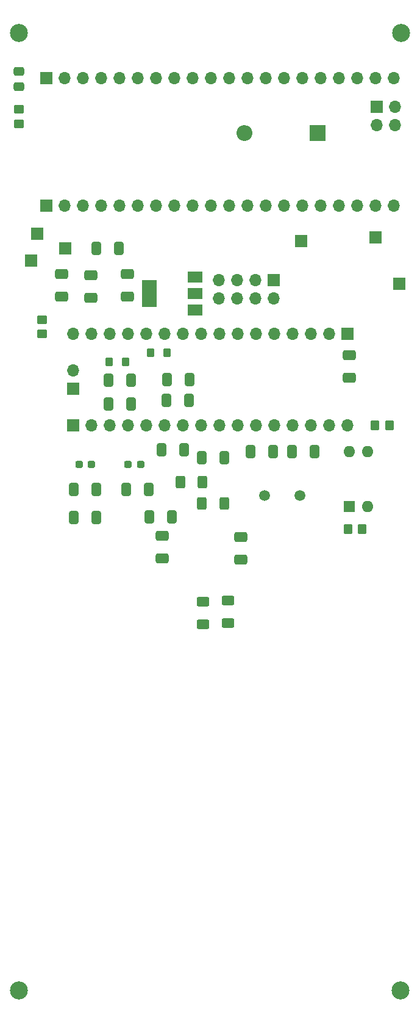
<source format=gbr>
%TF.GenerationSoftware,KiCad,Pcbnew,7.0.10*%
%TF.CreationDate,2024-04-03T14:27:39+05:30*%
%TF.ProjectId,PN532,504e3533-322e-46b6-9963-61645f706362,rev?*%
%TF.SameCoordinates,Original*%
%TF.FileFunction,Soldermask,Top*%
%TF.FilePolarity,Negative*%
%FSLAX46Y46*%
G04 Gerber Fmt 4.6, Leading zero omitted, Abs format (unit mm)*
G04 Created by KiCad (PCBNEW 7.0.10) date 2024-04-03 14:27:39*
%MOMM*%
%LPD*%
G01*
G04 APERTURE LIST*
G04 Aperture macros list*
%AMRoundRect*
0 Rectangle with rounded corners*
0 $1 Rounding radius*
0 $2 $3 $4 $5 $6 $7 $8 $9 X,Y pos of 4 corners*
0 Add a 4 corners polygon primitive as box body*
4,1,4,$2,$3,$4,$5,$6,$7,$8,$9,$2,$3,0*
0 Add four circle primitives for the rounded corners*
1,1,$1+$1,$2,$3*
1,1,$1+$1,$4,$5*
1,1,$1+$1,$6,$7*
1,1,$1+$1,$8,$9*
0 Add four rect primitives between the rounded corners*
20,1,$1+$1,$2,$3,$4,$5,0*
20,1,$1+$1,$4,$5,$6,$7,0*
20,1,$1+$1,$6,$7,$8,$9,0*
20,1,$1+$1,$8,$9,$2,$3,0*%
G04 Aperture macros list end*
%ADD10RoundRect,0.250000X-0.412500X-0.650000X0.412500X-0.650000X0.412500X0.650000X-0.412500X0.650000X0*%
%ADD11C,2.500000*%
%ADD12R,1.700000X1.700000*%
%ADD13O,1.700000X1.700000*%
%ADD14RoundRect,0.250000X0.650000X-0.412500X0.650000X0.412500X-0.650000X0.412500X-0.650000X-0.412500X0*%
%ADD15RoundRect,0.250000X-0.350000X-0.450000X0.350000X-0.450000X0.350000X0.450000X-0.350000X0.450000X0*%
%ADD16RoundRect,0.250000X-0.650000X0.412500X-0.650000X-0.412500X0.650000X-0.412500X0.650000X0.412500X0*%
%ADD17RoundRect,0.250000X-0.400000X-0.625000X0.400000X-0.625000X0.400000X0.625000X-0.400000X0.625000X0*%
%ADD18RoundRect,0.250000X-0.625000X0.400000X-0.625000X-0.400000X0.625000X-0.400000X0.625000X0.400000X0*%
%ADD19RoundRect,0.250000X0.275000X0.350000X-0.275000X0.350000X-0.275000X-0.350000X0.275000X-0.350000X0*%
%ADD20R,2.000000X1.500000*%
%ADD21R,2.000000X3.800000*%
%ADD22RoundRect,0.250000X-0.450000X0.350000X-0.450000X-0.350000X0.450000X-0.350000X0.450000X0.350000X0*%
%ADD23RoundRect,0.237500X-0.287500X-0.237500X0.287500X-0.237500X0.287500X0.237500X-0.287500X0.237500X0*%
%ADD24RoundRect,0.250000X0.412500X0.650000X-0.412500X0.650000X-0.412500X-0.650000X0.412500X-0.650000X0*%
%ADD25RoundRect,0.250000X0.625000X-0.400000X0.625000X0.400000X-0.625000X0.400000X-0.625000X-0.400000X0*%
%ADD26RoundRect,0.250000X0.475000X-0.337500X0.475000X0.337500X-0.475000X0.337500X-0.475000X-0.337500X0*%
%ADD27R,1.600000X1.600000*%
%ADD28O,1.600000X1.600000*%
%ADD29C,1.500000*%
%ADD30R,2.200000X2.200000*%
%ADD31O,2.200000X2.200000*%
G04 APERTURE END LIST*
D10*
%TO.C,C11*%
X131014500Y-97689000D03*
X134139500Y-97689000D03*
%TD*%
D11*
%TO.C,H3*%
X163449000Y-182500000D03*
%TD*%
D10*
%TO.C,C9*%
X122952000Y-101092000D03*
X126077000Y-101092000D03*
%TD*%
D12*
%TO.C,J402*%
X156150000Y-91370000D03*
D13*
X153610000Y-91370000D03*
X151070000Y-91370000D03*
X148530000Y-91370000D03*
X145990000Y-91370000D03*
X143450000Y-91370000D03*
X140910000Y-91370000D03*
X138370000Y-91370000D03*
X135830000Y-91370000D03*
X133290000Y-91370000D03*
X130750000Y-91370000D03*
X128210000Y-91370000D03*
X125670000Y-91370000D03*
X123130000Y-91370000D03*
X120590000Y-91370000D03*
X118050000Y-91370000D03*
%TD*%
D14*
%TO.C,C7*%
X130400000Y-122514000D03*
X130400000Y-119389000D03*
%TD*%
D15*
%TO.C,R5*%
X159950000Y-104100000D03*
X161950000Y-104100000D03*
%TD*%
D10*
%TO.C,C13*%
X148414500Y-107696000D03*
X151539500Y-107696000D03*
%TD*%
D12*
%TO.C,J503*%
X112205000Y-81205000D03*
%TD*%
%TO.C,J511*%
X116905000Y-79525000D03*
%TD*%
D10*
%TO.C,C5*%
X130977000Y-100584000D03*
X134102000Y-100584000D03*
%TD*%
D14*
%TO.C,C19*%
X125520000Y-86222500D03*
X125520000Y-83097500D03*
%TD*%
D16*
%TO.C,C8*%
X141300000Y-119589000D03*
X141300000Y-122714000D03*
%TD*%
D12*
%TO.C,J43*%
X149656800Y-78536800D03*
%TD*%
D10*
%TO.C,C15*%
X135852000Y-108589000D03*
X138977000Y-108589000D03*
%TD*%
D12*
%TO.C,J44*%
X160000000Y-78000000D03*
%TD*%
D16*
%TO.C,C16*%
X156330000Y-94370000D03*
X156330000Y-97495000D03*
%TD*%
D12*
%TO.C,J8*%
X114300000Y-55880000D03*
D13*
X116840000Y-55880000D03*
X119380000Y-55880000D03*
X121920000Y-55880000D03*
X124460000Y-55880000D03*
X127000000Y-55880000D03*
X129540000Y-55880000D03*
X132080000Y-55880000D03*
X134620000Y-55880000D03*
X137160000Y-55880000D03*
X139700000Y-55880000D03*
X142240000Y-55880000D03*
X144780000Y-55880000D03*
X147320000Y-55880000D03*
X149860000Y-55880000D03*
X152400000Y-55880000D03*
X154940000Y-55880000D03*
X157480000Y-55880000D03*
X160020000Y-55880000D03*
X162560000Y-55880000D03*
%TD*%
D11*
%TO.C,H2*%
X163576000Y-49657000D03*
%TD*%
D12*
%TO.C,J40*%
X160200000Y-59900000D03*
D13*
X160200000Y-62440000D03*
X162740000Y-59900000D03*
X162740000Y-62440000D03*
%TD*%
D12*
%TO.C,J50*%
X145830000Y-83920000D03*
D13*
X145830000Y-86460000D03*
X143290000Y-83920000D03*
X143290000Y-86460000D03*
X140750000Y-83920000D03*
X140750000Y-86460000D03*
X138210000Y-83920000D03*
X138210000Y-86460000D03*
%TD*%
D15*
%TO.C,R6*%
X156177000Y-118489000D03*
X158177000Y-118489000D03*
%TD*%
D17*
%TO.C,R2*%
X135877000Y-114889000D03*
X138977000Y-114889000D03*
%TD*%
D18*
%TO.C,R3*%
X139499200Y-128408800D03*
X139499200Y-131508800D03*
%TD*%
D19*
%TO.C,FB2*%
X131070000Y-94020000D03*
X128770000Y-94020000D03*
%TD*%
D20*
%TO.C,U1*%
X134916000Y-88082000D03*
X134916000Y-85782000D03*
D21*
X128616000Y-85782000D03*
D20*
X134916000Y-83482000D03*
%TD*%
D19*
%TO.C,FB1*%
X125327000Y-95289000D03*
X123027000Y-95289000D03*
%TD*%
D22*
%TO.C,R7*%
X113677000Y-89389000D03*
X113677000Y-91389000D03*
%TD*%
D12*
%TO.C,J7*%
X114250000Y-73630000D03*
D13*
X116790000Y-73630000D03*
X119330000Y-73630000D03*
X121870000Y-73630000D03*
X124410000Y-73630000D03*
X126950000Y-73630000D03*
X129490000Y-73630000D03*
X132030000Y-73630000D03*
X134570000Y-73630000D03*
X137110000Y-73630000D03*
X139650000Y-73630000D03*
X142190000Y-73630000D03*
X144730000Y-73630000D03*
X147270000Y-73630000D03*
X149810000Y-73630000D03*
X152350000Y-73630000D03*
X154890000Y-73630000D03*
X157430000Y-73630000D03*
X159970000Y-73630000D03*
X162510000Y-73630000D03*
%TD*%
D22*
%TO.C,R60*%
X110490000Y-60230000D03*
X110490000Y-62230000D03*
%TD*%
D23*
%TO.C,L4*%
X125670000Y-109531000D03*
X127420000Y-109531000D03*
%TD*%
D12*
%TO.C,J504*%
X163300000Y-84400000D03*
%TD*%
D24*
%TO.C,C14*%
X133388500Y-107442000D03*
X130263500Y-107442000D03*
%TD*%
D25*
%TO.C,R4*%
X136070200Y-131635800D03*
X136070200Y-128535800D03*
%TD*%
D11*
%TO.C,H1*%
X110490000Y-49657000D03*
%TD*%
D10*
%TO.C,C3*%
X118117000Y-112960000D03*
X121242000Y-112960000D03*
%TD*%
D12*
%TO.C,J401*%
X118000000Y-104044000D03*
D13*
X120540000Y-104044000D03*
X123080000Y-104044000D03*
X125620000Y-104044000D03*
X128160000Y-104044000D03*
X130700000Y-104044000D03*
X133240000Y-104044000D03*
X135780000Y-104044000D03*
X138320000Y-104044000D03*
X140860000Y-104044000D03*
X143400000Y-104044000D03*
X145940000Y-104044000D03*
X148480000Y-104044000D03*
X151020000Y-104044000D03*
X153560000Y-104044000D03*
X156100000Y-104044000D03*
%TD*%
D23*
%TO.C,L3*%
X118840000Y-109531000D03*
X120590000Y-109531000D03*
%TD*%
D24*
%TO.C,C12*%
X145739500Y-107696000D03*
X142614500Y-107696000D03*
%TD*%
D10*
%TO.C,C2*%
X128603300Y-116800000D03*
X131728300Y-116800000D03*
%TD*%
D12*
%TO.C,J510*%
X113030000Y-77470000D03*
%TD*%
D26*
%TO.C,LED*%
X110490000Y-57047500D03*
X110490000Y-54972500D03*
%TD*%
D17*
%TO.C,R1*%
X132877000Y-111989000D03*
X135977000Y-111989000D03*
%TD*%
D27*
%TO.C,SW1*%
X156337000Y-115309000D03*
D28*
X158877000Y-115309000D03*
X158877000Y-107689000D03*
X156337000Y-107689000D03*
%TD*%
D14*
%TO.C,C17*%
X116377000Y-86214000D03*
X116377000Y-83089000D03*
%TD*%
D24*
%TO.C,C18*%
X124360000Y-79500000D03*
X121235000Y-79500000D03*
%TD*%
D14*
%TO.C,C10*%
X120477000Y-86414000D03*
X120477000Y-83289000D03*
%TD*%
D11*
%TO.C,H4*%
X110500000Y-182500000D03*
%TD*%
D24*
%TO.C,C1*%
X121239500Y-116840000D03*
X118114500Y-116840000D03*
%TD*%
D10*
%TO.C,C6*%
X122952000Y-97790000D03*
X126077000Y-97790000D03*
%TD*%
D29*
%TO.C,Y1*%
X144597000Y-113789000D03*
X149477000Y-113789000D03*
%TD*%
D30*
%TO.C,D1*%
X152000000Y-63500000D03*
D31*
X141840000Y-63500000D03*
%TD*%
D12*
%TO.C,J3*%
X117980000Y-99014000D03*
D13*
X117980000Y-96474000D03*
%TD*%
D10*
%TO.C,C4*%
X125405000Y-113008000D03*
X128530000Y-113008000D03*
%TD*%
M02*

</source>
